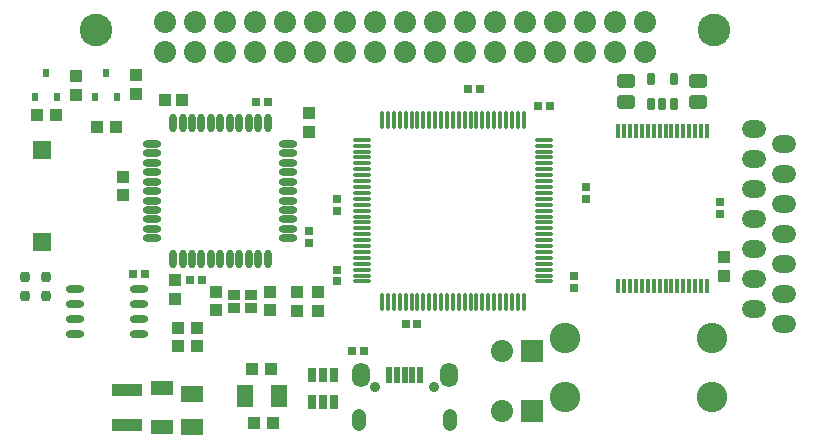
<source format=gts>
G04*
G04 #@! TF.GenerationSoftware,Altium Limited,Altium Designer,21.0.9 (235)*
G04*
G04 Layer_Color=8388736*
%FSLAX25Y25*%
%MOIN*%
G70*
G04*
G04 #@! TF.SameCoordinates,8AC589B9-6688-4F47-92C6-F359AE6F8F2F*
G04*
G04*
G04 #@! TF.FilePolarity,Negative*
G04*
G01*
G75*
%ADD42R,0.04236X0.04433*%
%ADD43R,0.04039X0.03842*%
G04:AMPARAMS|DCode=44|XSize=27.4mil|YSize=26.61mil|CornerRadius=3.27mil|HoleSize=0mil|Usage=FLASHONLY|Rotation=90.000|XOffset=0mil|YOffset=0mil|HoleType=Round|Shape=RoundedRectangle|*
%AMROUNDEDRECTD44*
21,1,0.02740,0.02008,0,0,90.0*
21,1,0.02087,0.02661,0,0,90.0*
1,1,0.00654,0.01004,0.01043*
1,1,0.00654,0.01004,-0.01043*
1,1,0.00654,-0.01004,-0.01043*
1,1,0.00654,-0.01004,0.01043*
%
%ADD44ROUNDEDRECTD44*%
G04:AMPARAMS|DCode=45|XSize=27.4mil|YSize=26.61mil|CornerRadius=3.27mil|HoleSize=0mil|Usage=FLASHONLY|Rotation=180.000|XOffset=0mil|YOffset=0mil|HoleType=Round|Shape=RoundedRectangle|*
%AMROUNDEDRECTD45*
21,1,0.02740,0.02008,0,0,180.0*
21,1,0.02087,0.02661,0,0,180.0*
1,1,0.00654,-0.01043,0.01004*
1,1,0.00654,0.01043,0.01004*
1,1,0.00654,0.01043,-0.01004*
1,1,0.00654,-0.01043,-0.01004*
%
%ADD45ROUNDEDRECTD45*%
%ADD46O,0.01480X0.05811*%
%ADD47R,0.03842X0.04039*%
%ADD48R,0.02268X0.03055*%
%ADD49R,0.10142X0.04236*%
%ADD50R,0.07386X0.05417*%
%ADD51O,0.05811X0.01480*%
%ADD52O,0.06205X0.02661*%
%ADD53R,0.02071X0.05417*%
%ADD54O,0.01480X0.05024*%
G04:AMPARAMS|DCode=55|XSize=34.49mil|YSize=32.52mil|CornerRadius=8.88mil|HoleSize=0mil|Usage=FLASHONLY|Rotation=270.000|XOffset=0mil|YOffset=0mil|HoleType=Round|Shape=RoundedRectangle|*
%AMROUNDEDRECTD55*
21,1,0.03449,0.01476,0,0,270.0*
21,1,0.01673,0.03252,0,0,270.0*
1,1,0.01776,-0.00738,-0.00837*
1,1,0.01776,-0.00738,0.00837*
1,1,0.01776,0.00738,0.00837*
1,1,0.01776,0.00738,-0.00837*
%
%ADD55ROUNDEDRECTD55*%
%ADD56R,0.05575X0.07386*%
%ADD57O,0.02465X0.06205*%
%ADD58O,0.06205X0.02465*%
%ADD59R,0.06205X0.06205*%
%ADD60R,0.03842X0.03449*%
%ADD61R,0.04433X0.04236*%
%ADD62R,0.02661X0.05024*%
G04:AMPARAMS|DCode=63|XSize=26.61mil|YSize=42.36mil|CornerRadius=7.4mil|HoleSize=0mil|Usage=FLASHONLY|Rotation=0.000|XOffset=0mil|YOffset=0mil|HoleType=Round|Shape=RoundedRectangle|*
%AMROUNDEDRECTD63*
21,1,0.02661,0.02756,0,0,0.0*
21,1,0.01181,0.04236,0,0,0.0*
1,1,0.01480,0.00591,-0.01378*
1,1,0.01480,-0.00591,-0.01378*
1,1,0.01480,-0.00591,0.01378*
1,1,0.01480,0.00591,0.01378*
%
%ADD63ROUNDEDRECTD63*%
G04:AMPARAMS|DCode=64|XSize=48.27mil|YSize=60.08mil|CornerRadius=12.82mil|HoleSize=0mil|Usage=FLASHONLY|Rotation=90.000|XOffset=0mil|YOffset=0mil|HoleType=Round|Shape=RoundedRectangle|*
%AMROUNDEDRECTD64*
21,1,0.04827,0.03445,0,0,90.0*
21,1,0.02264,0.06008,0,0,90.0*
1,1,0.02563,0.01722,0.01132*
1,1,0.02563,0.01722,-0.01132*
1,1,0.02563,-0.01722,-0.01132*
1,1,0.02563,-0.01722,0.01132*
%
%ADD64ROUNDEDRECTD64*%
%ADD65R,0.07189X0.05024*%
%ADD66R,0.07386X0.07386*%
%ADD67C,0.07386*%
%ADD68O,0.08173X0.05811*%
%ADD69C,0.10142*%
%ADD70C,0.10890*%
%ADD71O,0.06008X0.08173*%
%ADD72O,0.04827X0.07386*%
%ADD73C,0.03449*%
D42*
X89000Y49409D02*
D03*
Y43504D02*
D03*
X40000Y81835D02*
D03*
Y87740D02*
D03*
X71000Y43504D02*
D03*
Y49409D02*
D03*
D43*
X105112Y43350D02*
D03*
Y49650D02*
D03*
X44500Y121799D02*
D03*
Y115500D02*
D03*
X24500Y121650D02*
D03*
Y115350D02*
D03*
X102000Y103000D02*
D03*
Y109299D02*
D03*
X98000Y43350D02*
D03*
Y49650D02*
D03*
X57500Y53650D02*
D03*
Y47350D02*
D03*
X240500Y54850D02*
D03*
Y61150D02*
D03*
D44*
X47450Y55500D02*
D03*
X43550D02*
D03*
X120500Y30000D02*
D03*
X116600D02*
D03*
X62550Y53500D02*
D03*
X66450D02*
D03*
X88348Y113000D02*
D03*
X84448D02*
D03*
X134352Y39000D02*
D03*
X138252D02*
D03*
X178550Y111500D02*
D03*
X182450D02*
D03*
X159097Y117134D02*
D03*
X155197D02*
D03*
D45*
X102000Y69950D02*
D03*
Y66050D02*
D03*
X239000Y75550D02*
D03*
Y79450D02*
D03*
X111500Y76700D02*
D03*
Y80600D02*
D03*
Y57015D02*
D03*
Y53115D02*
D03*
X190500Y51000D02*
D03*
Y54900D02*
D03*
X194500Y80655D02*
D03*
Y84556D02*
D03*
D46*
X148132Y46385D02*
D03*
X150100D02*
D03*
X154037D02*
D03*
X156006D02*
D03*
X167816Y107015D02*
D03*
X171754D02*
D03*
X130415D02*
D03*
X128446D02*
D03*
X132384D02*
D03*
X136320D02*
D03*
X146163D02*
D03*
X150100D02*
D03*
X156006D02*
D03*
X130415Y46385D02*
D03*
X126478D02*
D03*
X157974Y107015D02*
D03*
X163880D02*
D03*
X169785D02*
D03*
X165848D02*
D03*
X154037D02*
D03*
X140258D02*
D03*
X148132D02*
D03*
X134352D02*
D03*
X140258Y46385D02*
D03*
X144194D02*
D03*
X128446D02*
D03*
X146163D02*
D03*
X159942Y107015D02*
D03*
X142226D02*
D03*
X144194D02*
D03*
X126478D02*
D03*
X138289D02*
D03*
X152068D02*
D03*
X161911D02*
D03*
X173722D02*
D03*
Y46385D02*
D03*
X171754D02*
D03*
X169785D02*
D03*
X167816D02*
D03*
X165848D02*
D03*
X163880D02*
D03*
X161911D02*
D03*
X159942D02*
D03*
X157974D02*
D03*
X152068D02*
D03*
X142226D02*
D03*
X138289D02*
D03*
X136320D02*
D03*
X134352D02*
D03*
X132384D02*
D03*
D47*
X37650Y104500D02*
D03*
X31350D02*
D03*
X11350Y108500D02*
D03*
X17650D02*
D03*
X64650Y31500D02*
D03*
X58350D02*
D03*
X64650Y37500D02*
D03*
X58350D02*
D03*
X89500Y24000D02*
D03*
X83201D02*
D03*
X90000Y6000D02*
D03*
X83701D02*
D03*
D48*
X34500Y122437D02*
D03*
X38240Y114563D02*
D03*
X30760D02*
D03*
X10760D02*
D03*
X18240D02*
D03*
X14500Y122437D02*
D03*
D49*
X41500Y5094D02*
D03*
Y16905D02*
D03*
D50*
X63000Y15512D02*
D03*
Y4488D02*
D03*
D51*
X119785Y98353D02*
D03*
Y60952D02*
D03*
Y78668D02*
D03*
Y80637D02*
D03*
Y82605D02*
D03*
Y88511D02*
D03*
Y90479D02*
D03*
Y62920D02*
D03*
Y66857D02*
D03*
Y64889D02*
D03*
Y92448D02*
D03*
Y96385D02*
D03*
Y100322D02*
D03*
Y94416D02*
D03*
Y58983D02*
D03*
Y72763D02*
D03*
Y55046D02*
D03*
Y68826D02*
D03*
Y70794D02*
D03*
Y74731D02*
D03*
Y53078D02*
D03*
Y57015D02*
D03*
Y76700D02*
D03*
Y84574D02*
D03*
Y86542D02*
D03*
X180415Y100322D02*
D03*
Y98353D02*
D03*
Y96385D02*
D03*
Y94416D02*
D03*
Y92448D02*
D03*
Y90479D02*
D03*
Y88511D02*
D03*
Y86542D02*
D03*
Y84574D02*
D03*
Y82605D02*
D03*
Y80637D02*
D03*
Y78668D02*
D03*
Y76700D02*
D03*
Y74731D02*
D03*
Y72763D02*
D03*
Y70794D02*
D03*
Y68826D02*
D03*
Y66857D02*
D03*
Y64889D02*
D03*
Y62920D02*
D03*
Y60952D02*
D03*
Y58983D02*
D03*
Y57015D02*
D03*
Y55046D02*
D03*
Y53078D02*
D03*
D52*
X45500Y35500D02*
D03*
Y40500D02*
D03*
Y45500D02*
D03*
Y50500D02*
D03*
X24240Y35500D02*
D03*
Y40500D02*
D03*
Y45500D02*
D03*
Y50500D02*
D03*
D53*
X128900Y22000D02*
D03*
X131459D02*
D03*
X134018D02*
D03*
X136577D02*
D03*
X139136D02*
D03*
D54*
X205236Y51713D02*
D03*
X207205D02*
D03*
X209173D02*
D03*
X211142D02*
D03*
X213110D02*
D03*
X215079D02*
D03*
X217047D02*
D03*
X219016D02*
D03*
X220984D02*
D03*
X222953D02*
D03*
X224921D02*
D03*
X226890D02*
D03*
X228858D02*
D03*
X230827D02*
D03*
X232795D02*
D03*
X234764D02*
D03*
X205236Y103287D02*
D03*
X207205D02*
D03*
X209173D02*
D03*
X211142D02*
D03*
X213110D02*
D03*
X215079D02*
D03*
X217047D02*
D03*
X219016D02*
D03*
X220984D02*
D03*
X222953D02*
D03*
X224921D02*
D03*
X226890D02*
D03*
X228858D02*
D03*
X230827D02*
D03*
X232795D02*
D03*
X234764D02*
D03*
D55*
X14500Y54650D02*
D03*
Y48350D02*
D03*
X7500Y54650D02*
D03*
Y48350D02*
D03*
D56*
X92000Y15000D02*
D03*
X80740D02*
D03*
D57*
X82049Y60562D02*
D03*
X78899D02*
D03*
X75750D02*
D03*
X85198D02*
D03*
X82049Y105838D02*
D03*
X88348Y60562D02*
D03*
X56852Y105838D02*
D03*
X60002D02*
D03*
X63151D02*
D03*
X66301D02*
D03*
X69450D02*
D03*
X72600D02*
D03*
X75750D02*
D03*
X78899D02*
D03*
X85198D02*
D03*
X88348D02*
D03*
X72600Y60562D02*
D03*
X69450D02*
D03*
X66301D02*
D03*
X63151D02*
D03*
X60002D02*
D03*
X56852D02*
D03*
D58*
X95238Y76901D02*
D03*
Y98948D02*
D03*
X49962D02*
D03*
X95238Y80050D02*
D03*
Y89499D02*
D03*
Y92649D02*
D03*
Y95798D02*
D03*
X49962Y76901D02*
D03*
X95238Y86350D02*
D03*
Y83200D02*
D03*
Y73751D02*
D03*
Y70602D02*
D03*
Y67452D02*
D03*
X49962D02*
D03*
Y70602D02*
D03*
Y73751D02*
D03*
Y80050D02*
D03*
Y83200D02*
D03*
Y86350D02*
D03*
Y89499D02*
D03*
Y92649D02*
D03*
Y95798D02*
D03*
D59*
X13000Y66146D02*
D03*
Y96854D02*
D03*
D60*
X82756Y48665D02*
D03*
Y44335D02*
D03*
X77244D02*
D03*
Y48665D02*
D03*
D61*
X54000Y113500D02*
D03*
X59905D02*
D03*
D62*
X110500Y22000D02*
D03*
X106760D02*
D03*
X103020D02*
D03*
Y12945D02*
D03*
X106760D02*
D03*
X110500D02*
D03*
D63*
X216237Y112327D02*
D03*
X219977D02*
D03*
X223718D02*
D03*
X216237Y120673D02*
D03*
X223718D02*
D03*
D64*
X207977Y120043D02*
D03*
Y112957D02*
D03*
X231977D02*
D03*
Y120043D02*
D03*
D65*
X53000Y4488D02*
D03*
Y17480D02*
D03*
D66*
X176500Y30000D02*
D03*
Y10000D02*
D03*
D67*
X166500Y30000D02*
D03*
Y10000D02*
D03*
X54100Y129732D02*
D03*
Y139732D02*
D03*
X64100Y129732D02*
D03*
Y139732D02*
D03*
X74100Y129732D02*
D03*
Y139732D02*
D03*
X84100Y129732D02*
D03*
Y139732D02*
D03*
X94100Y129732D02*
D03*
Y139732D02*
D03*
X104100Y129732D02*
D03*
Y139732D02*
D03*
X114100Y129732D02*
D03*
Y139732D02*
D03*
X124100Y129732D02*
D03*
Y139732D02*
D03*
X134100Y129732D02*
D03*
Y139732D02*
D03*
X144100Y129732D02*
D03*
Y139732D02*
D03*
X154100Y129732D02*
D03*
Y139732D02*
D03*
X164100Y129732D02*
D03*
Y139732D02*
D03*
X174100Y129732D02*
D03*
Y139732D02*
D03*
X184100Y129732D02*
D03*
Y139732D02*
D03*
X194100Y129732D02*
D03*
Y139732D02*
D03*
X204100Y129732D02*
D03*
Y139732D02*
D03*
X214100Y129732D02*
D03*
Y139732D02*
D03*
D68*
X250500Y54000D02*
D03*
X260500Y39000D02*
D03*
X250500Y44000D02*
D03*
X260500Y49000D02*
D03*
X250500Y94000D02*
D03*
X260500Y99000D02*
D03*
Y59000D02*
D03*
X250500Y64000D02*
D03*
X260500Y69000D02*
D03*
X250500Y74000D02*
D03*
X260500Y79000D02*
D03*
X250500Y84000D02*
D03*
X260500Y89000D02*
D03*
X250500Y104000D02*
D03*
D69*
X187394Y34343D02*
D03*
X236606D02*
D03*
X187394Y14658D02*
D03*
X236606D02*
D03*
D70*
X237092Y136819D02*
D03*
X31108D02*
D03*
D71*
X119353Y22000D02*
D03*
X148684D02*
D03*
D72*
X118762Y7039D02*
D03*
X149274D02*
D03*
D73*
X124176Y17866D02*
D03*
X143861D02*
D03*
M02*

</source>
